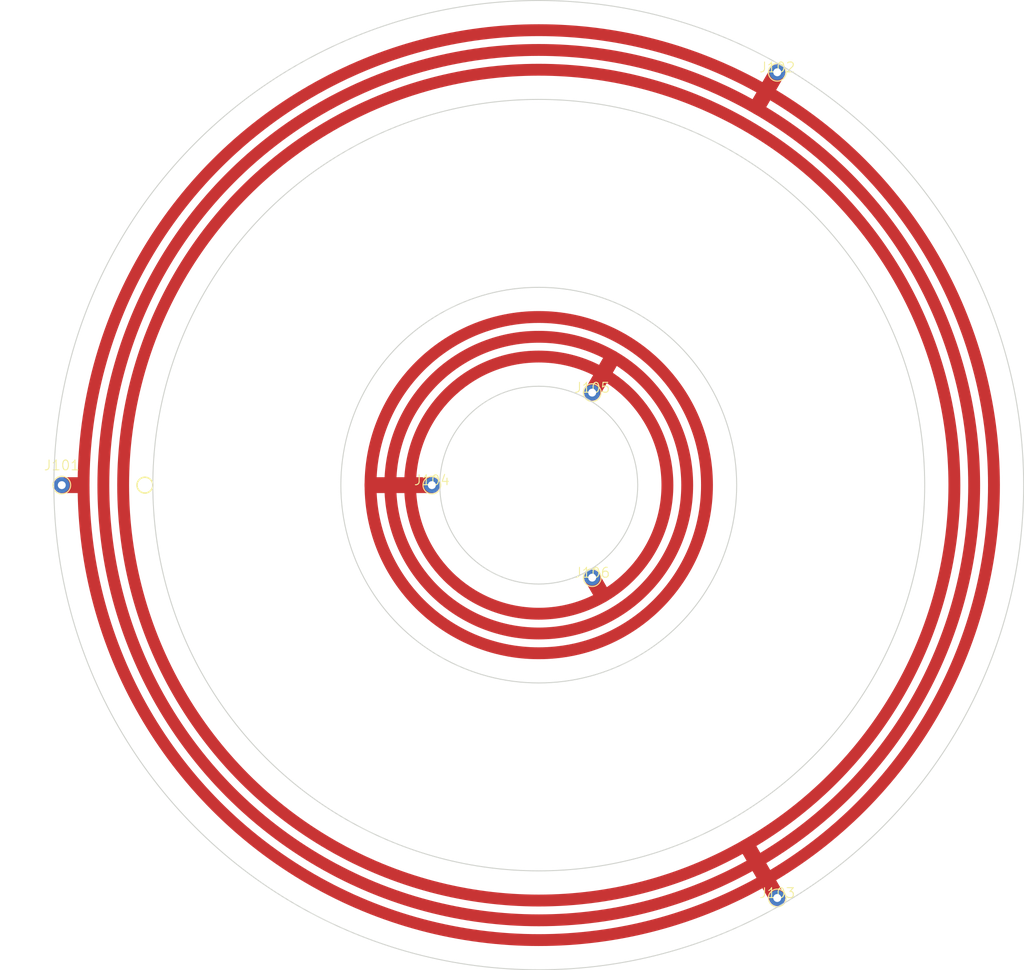
<source format=kicad_pcb>
(kicad_pcb (version 20221018) (generator pcbnew)
  (layers (0 "F.Cu" signal) (31 "B.Cu" signal) (34 "B.Paste" user) (35 "F.Paste" user) (36 "B.SilkS" user "B.Silkscreen") (37 "F.SilkS" user "F.Silkscreen") (38 "B.Mask" user) (39 "F.Mask" user) (44 "Edge.Cuts" user))
  (net 0 "")
  (footprint "my_1.6mm_pad:my_1.6mm_pad" (layer "F.Cu") (at 39.2 50)
    (fp_text reference "J104" (at 0 -0.5 unlocked) (layer "F.SilkS") (effects (font (thickness 0.1))))
    (fp_text value "Conn_01x01_Pin")
    (fp_circle (center 0 0) (end 0.635 -0.635) (stroke (width 0.1)) (fill none) (layer "F.SilkS"))
    (pad "1" thru_hole circle (at 0 0) (size 1.6 1.6) (drill 0.8) (layers "*.Cu" "*.Mask"))
  )
  (footprint "my_1.6mm_pad:my_1.6mm_pad" (layer "F.Cu") (at 55.4 40.647)
    (fp_text reference "J105" (at 0 -0.5 unlocked) (layer "F.SilkS") (effects (font (thickness 0.1))))
    (fp_text value "Conn_01x01_Pin")
    (fp_circle (center 0 0) (end 0.635 -0.635) (stroke (width 0.1)) (fill none) (layer "F.SilkS"))
    (pad "1" thru_hole circle (at 0 0) (size 1.6 1.6) (drill 0.8) (layers "*.Cu" "*.Mask"))
  )
  (footprint "my_1.6mm_pad:my_1.6mm_pad" (layer "F.Cu") (at 74.1 8.258)
    (fp_text reference "J102" (at 0 -0.5 unlocked) (layer "F.SilkS") (effects (font (thickness 0.1))))
    (fp_text value "Conn_01x01_Pin")
    (fp_circle (center 0 0) (end 0.635 -0.635) (stroke (width 0.1)) (fill none) (layer "F.SilkS"))
    (pad "1" thru_hole circle (at 0 0) (size 1.6 1.6) (drill 0.8) (layers "*.Cu" "*.Mask"))
  )
  (footprint "my_1.6mm_pad:my_1.6mm_pad" (layer "F.Cu") (at 74.1 91.742)
    (fp_text reference "J103" (at 0 -0.5 unlocked) (layer "F.SilkS") (effects (font (thickness 0.1))))
    (fp_text value "Conn_01x01_Pin")
    (fp_circle (center 0 0) (end 0.635 -0.635) (stroke (width 0.1)) (fill none) (layer "F.SilkS"))
    (pad "1" thru_hole circle (at 0 0) (size 1.6 1.6) (drill 0.8) (layers "*.Cu" "*.Mask"))
  )
  (footprint "my_1.6mm_pad:my_1.6mm_pad" (layer "F.Cu") (at 1.8 50)
    (fp_text reference "J101" (at 0 -2 unlocked) (layer "F.SilkS") (effects (font (thickness 0.1))))
    (fp_text value "Conn_01x01_Pin")
    (fp_circle (center 0 0) (end 0.635 -0.635) (stroke (width 0.1)) (fill none) (layer "F.SilkS"))
    (pad "1" thru_hole circle (at 0 0) (size 1.6 1.6) (drill 0.8) (layers "*.Cu" "*.Mask"))
  )
  (footprint "my_1.6mm_pad:my_1.6mm_pad" (layer "F.Cu") (at 55.4 59.353)
    (fp_text reference "J106" (at 0 -0.5 unlocked) (layer "F.SilkS") (effects (font (thickness 0.1))))
    (fp_text value "Conn_01x01_Pin")
    (fp_circle (center 0 0) (end 0.635 -0.635) (stroke (width 0.1)) (fill none) (layer "F.SilkS"))
    (pad "1" thru_hole circle (at 0 0) (size 1.6 1.6) (drill 0.8) (layers "*.Cu" "*.Mask"))
  )
  (gr_line (start 1.8 50) (end 3.8 50) (stroke (width 1.6)) (layer "F.Cu"))
  (gr_line (start 55.4 59.353) (end 56.4 61.085) (stroke (width 1.6)) (layer "F.Cu"))
  (gr_circle (center 50 50) (end 63 50) (stroke (width 1.2)) (fill none) (layer "F.Cu"))
  (gr_circle (center 50 50) (end 94 50) (stroke (width 1.2)) (fill none) (layer "F.Cu"))
  (gr_line (start 74.1 8.258) (end 72.1 11.722) (stroke (width 1.6)) (layer "F.Cu"))
  (gr_circle (center 50 50) (end 92 50) (stroke (width 1.2)) (fill none) (layer "F.Cu"))
  (gr_circle (center 50 50) (end 67 50) (stroke (width 1.2)) (fill none) (layer "F.Cu"))
  (gr_line (start 39.2 50) (end 33.2 50) (stroke (width 1.6)) (layer "F.Cu"))
  (gr_circle (center 50 50) (end 65 50) (stroke (width 1.2)) (fill none) (layer "F.Cu"))
  (gr_line (start 74.1 91.742) (end 71.1 86.546) (stroke (width 1.6)) (layer "F.Cu"))
  (gr_line (start 55.4 40.647) (end 57.4 37.183) (stroke (width 1.6)) (layer "F.Cu"))
  (gr_circle (center 50 50) (end 96 50) (stroke (width 1.2)) (fill none) (layer "F.Cu"))
  (gr_circle (center 10.2 50) (end 11 50) (stroke (width 0.15)) (fill none) (layer "F.SilkS"))
  (gr_circle (center 50 50) (end 60 50) (stroke (width 0.1)) (fill none) (layer "Edge.Cuts"))
  (gr_circle (center 50 50) (end 70 50) (stroke (width 0.1)) (fill none) (layer "Edge.Cuts"))
  (gr_circle (center 50 50) (end 99 50) (stroke (width 0.1)) (fill none) (layer "Edge.Cuts"))
  (gr_circle (center 50 50) (end 89 50) (stroke (width 0.1)) (fill none) (layer "Edge.Cuts"))
)
</source>
